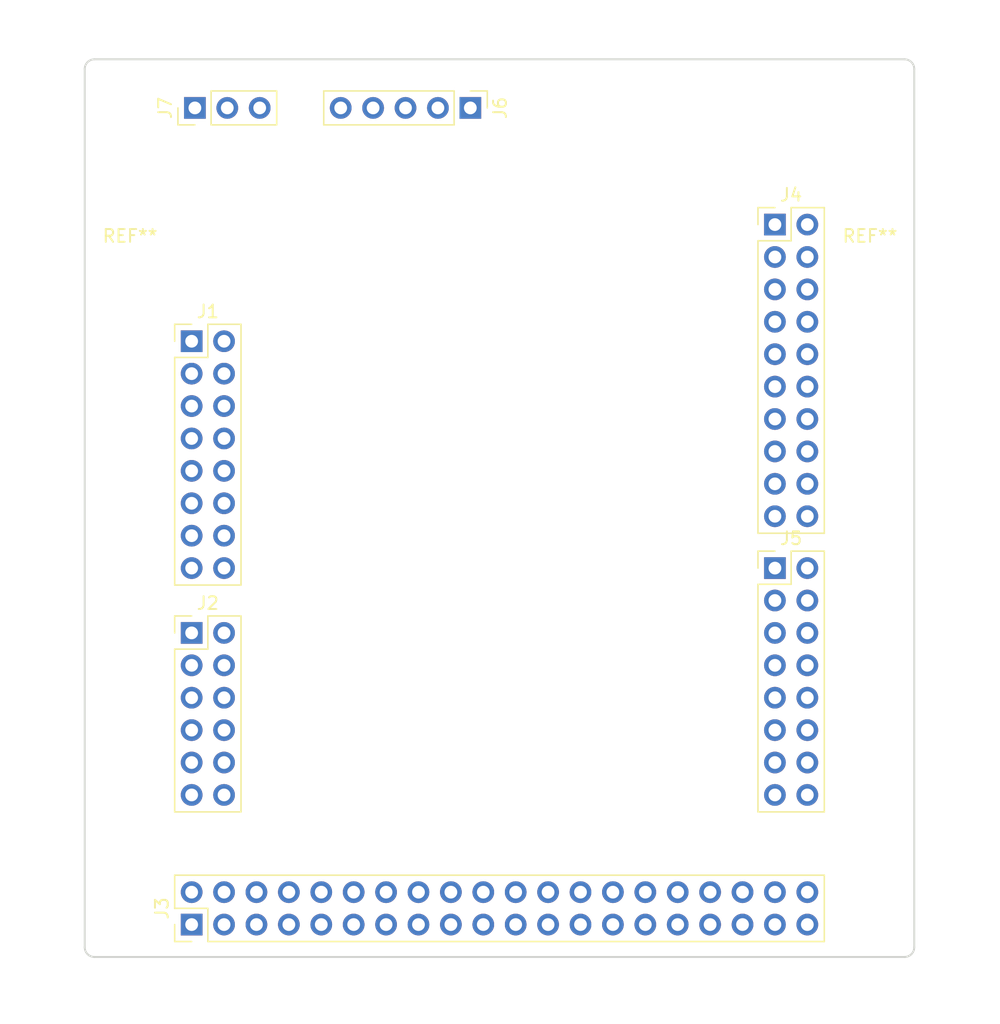
<source format=kicad_pcb>
(kicad_pcb (version 4) (host pcbnew 4.0.7)

  (general
    (links 25)
    (no_connects 25)
    (area 81.676572 49.378665 160.219429 129.802382)
    (thickness 1.6)
    (drawings 8)
    (tracks 0)
    (zones 0)
    (modules 9)
    (nets 88)
  )

  (page A4)
  (layers
    (0 F.Cu signal)
    (31 B.Cu signal)
    (32 B.Adhes user)
    (33 F.Adhes user)
    (34 B.Paste user)
    (35 F.Paste user)
    (36 B.SilkS user)
    (37 F.SilkS user)
    (38 B.Mask user)
    (39 F.Mask user)
    (40 Dwgs.User user)
    (41 Cmts.User user)
    (42 Eco1.User user)
    (43 Eco2.User user)
    (44 Edge.Cuts user)
    (45 Margin user)
    (46 B.CrtYd user)
    (47 F.CrtYd user)
    (48 B.Fab user)
    (49 F.Fab user)
  )

  (setup
    (last_trace_width 0.25)
    (trace_clearance 0.2)
    (zone_clearance 0.508)
    (zone_45_only no)
    (trace_min 0.2)
    (segment_width 0.2)
    (edge_width 0.15)
    (via_size 0.6)
    (via_drill 0.4)
    (via_min_size 0.4)
    (via_min_drill 0.3)
    (uvia_size 0.3)
    (uvia_drill 0.1)
    (uvias_allowed no)
    (uvia_min_size 0.2)
    (uvia_min_drill 0.1)
    (pcb_text_width 0.3)
    (pcb_text_size 1.5 1.5)
    (mod_edge_width 0.15)
    (mod_text_size 1 1)
    (mod_text_width 0.15)
    (pad_size 1.524 1.524)
    (pad_drill 0.762)
    (pad_to_mask_clearance 0.2)
    (aux_axis_origin 0 0)
    (grid_origin 79.248 130.556)
    (visible_elements 7FFFFFFF)
    (pcbplotparams
      (layerselection 0x00030_80000001)
      (usegerberextensions false)
      (excludeedgelayer true)
      (linewidth 0.100000)
      (plotframeref false)
      (viasonmask false)
      (mode 1)
      (useauxorigin false)
      (hpglpennumber 1)
      (hpglpenspeed 20)
      (hpglpendiameter 15)
      (hpglpenoverlay 2)
      (psnegative false)
      (psa4output false)
      (plotreference true)
      (plotvalue true)
      (plotinvisibletext false)
      (padsonsilk false)
      (subtractmaskfromsilk false)
      (outputformat 1)
      (mirror false)
      (drillshape 1)
      (scaleselection 1)
      (outputdirectory ""))
  )

  (net 0 "")
  (net 1 "Net-(J1-Pad1)")
  (net 2 "Net-(J1-Pad2)")
  (net 3 "Net-(J1-Pad3)")
  (net 4 "Net-(J1-Pad4)")
  (net 5 "Net-(J1-Pad5)")
  (net 6 "Net-(J1-Pad6)")
  (net 7 "Net-(J1-Pad7)")
  (net 8 "Net-(J1-Pad8)")
  (net 9 "Net-(J1-Pad9)")
  (net 10 "Net-(J1-Pad10)")
  (net 11 "Net-(J1-Pad11)")
  (net 12 /GND)
  (net 13 "Net-(J1-Pad13)")
  (net 14 "Net-(J1-Pad15)")
  (net 15 /5V)
  (net 16 "Net-(J2-Pad1)")
  (net 17 "Net-(J2-Pad2)")
  (net 18 "Net-(J2-Pad3)")
  (net 19 "Net-(J2-Pad4)")
  (net 20 "Net-(J2-Pad5)")
  (net 21 "Net-(J2-Pad6)")
  (net 22 "Net-(J2-Pad7)")
  (net 23 "Net-(J2-Pad8)")
  (net 24 "Net-(J2-Pad9)")
  (net 25 "Net-(J2-Pad10)")
  (net 26 "Net-(J2-Pad11)")
  (net 27 "Net-(J2-Pad12)")
  (net 28 "Net-(J3-Pad1)")
  (net 29 "Net-(J3-Pad3)")
  (net 30 "Net-(J3-Pad5)")
  (net 31 "Net-(J3-Pad7)")
  (net 32 "Net-(J3-Pad8)")
  (net 33 "Net-(J3-Pad10)")
  (net 34 "Net-(J3-Pad11)")
  (net 35 "Net-(J3-Pad12)")
  (net 36 "Net-(J3-Pad13)")
  (net 37 "Net-(J3-Pad15)")
  (net 38 "Net-(J3-Pad16)")
  (net 39 "Net-(J3-Pad17)")
  (net 40 "Net-(J3-Pad18)")
  (net 41 "Net-(J3-Pad19)")
  (net 42 "Net-(J3-Pad21)")
  (net 43 "Net-(J3-Pad22)")
  (net 44 "Net-(J3-Pad23)")
  (net 45 "Net-(J3-Pad24)")
  (net 46 "Net-(J3-Pad26)")
  (net 47 "Net-(J3-Pad27)")
  (net 48 "Net-(J3-Pad28)")
  (net 49 "Net-(J3-Pad29)")
  (net 50 /A1)
  (net 51 "Net-(J3-Pad32)")
  (net 52 /A2)
  (net 53 "Net-(J3-Pad35)")
  (net 54 "Net-(J3-Pad36)")
  (net 55 "Net-(J3-Pad37)")
  (net 56 /B1)
  (net 57 /B2)
  (net 58 "Net-(J4-Pad1)")
  (net 59 "Net-(J4-Pad2)")
  (net 60 /AO)
  (net 61 "Net-(J4-Pad6)")
  (net 62 "Net-(J4-Pad7)")
  (net 63 "Net-(J4-Pad8)")
  (net 64 "Net-(J4-Pad9)")
  (net 65 "Net-(J4-Pad10)")
  (net 66 "Net-(J4-Pad11)")
  (net 67 "Net-(J4-Pad12)")
  (net 68 "Net-(J4-Pad13)")
  (net 69 "Net-(J4-Pad15)")
  (net 70 "Net-(J4-Pad16)")
  (net 71 "Net-(J4-Pad17)")
  (net 72 "Net-(J4-Pad18)")
  (net 73 "Net-(J4-Pad19)")
  (net 74 "Net-(J4-Pad20)")
  (net 75 "Net-(J5-Pad1)")
  (net 76 "Net-(J5-Pad2)")
  (net 77 "Net-(J5-Pad3)")
  (net 78 "Net-(J5-Pad4)")
  (net 79 /CLK)
  (net 80 /SIG)
  (net 81 "Net-(J5-Pad8)")
  (net 82 "Net-(J5-Pad9)")
  (net 83 /SI)
  (net 84 "Net-(J5-Pad11)")
  (net 85 "Net-(J5-Pad12)")
  (net 86 "Net-(J5-Pad13)")
  (net 87 "Net-(J5-Pad15)")

  (net_class Default "This is the default net class."
    (clearance 0.2)
    (trace_width 0.25)
    (via_dia 0.6)
    (via_drill 0.4)
    (uvia_dia 0.3)
    (uvia_drill 0.1)
    (add_net /5V)
    (add_net /A1)
    (add_net /A2)
    (add_net /AO)
    (add_net /B1)
    (add_net /B2)
    (add_net /CLK)
    (add_net /GND)
    (add_net /SI)
    (add_net /SIG)
    (add_net "Net-(J1-Pad1)")
    (add_net "Net-(J1-Pad10)")
    (add_net "Net-(J1-Pad11)")
    (add_net "Net-(J1-Pad13)")
    (add_net "Net-(J1-Pad15)")
    (add_net "Net-(J1-Pad2)")
    (add_net "Net-(J1-Pad3)")
    (add_net "Net-(J1-Pad4)")
    (add_net "Net-(J1-Pad5)")
    (add_net "Net-(J1-Pad6)")
    (add_net "Net-(J1-Pad7)")
    (add_net "Net-(J1-Pad8)")
    (add_net "Net-(J1-Pad9)")
    (add_net "Net-(J2-Pad1)")
    (add_net "Net-(J2-Pad10)")
    (add_net "Net-(J2-Pad11)")
    (add_net "Net-(J2-Pad12)")
    (add_net "Net-(J2-Pad2)")
    (add_net "Net-(J2-Pad3)")
    (add_net "Net-(J2-Pad4)")
    (add_net "Net-(J2-Pad5)")
    (add_net "Net-(J2-Pad6)")
    (add_net "Net-(J2-Pad7)")
    (add_net "Net-(J2-Pad8)")
    (add_net "Net-(J2-Pad9)")
    (add_net "Net-(J3-Pad1)")
    (add_net "Net-(J3-Pad10)")
    (add_net "Net-(J3-Pad11)")
    (add_net "Net-(J3-Pad12)")
    (add_net "Net-(J3-Pad13)")
    (add_net "Net-(J3-Pad15)")
    (add_net "Net-(J3-Pad16)")
    (add_net "Net-(J3-Pad17)")
    (add_net "Net-(J3-Pad18)")
    (add_net "Net-(J3-Pad19)")
    (add_net "Net-(J3-Pad21)")
    (add_net "Net-(J3-Pad22)")
    (add_net "Net-(J3-Pad23)")
    (add_net "Net-(J3-Pad24)")
    (add_net "Net-(J3-Pad26)")
    (add_net "Net-(J3-Pad27)")
    (add_net "Net-(J3-Pad28)")
    (add_net "Net-(J3-Pad29)")
    (add_net "Net-(J3-Pad3)")
    (add_net "Net-(J3-Pad32)")
    (add_net "Net-(J3-Pad35)")
    (add_net "Net-(J3-Pad36)")
    (add_net "Net-(J3-Pad37)")
    (add_net "Net-(J3-Pad5)")
    (add_net "Net-(J3-Pad7)")
    (add_net "Net-(J3-Pad8)")
    (add_net "Net-(J4-Pad1)")
    (add_net "Net-(J4-Pad10)")
    (add_net "Net-(J4-Pad11)")
    (add_net "Net-(J4-Pad12)")
    (add_net "Net-(J4-Pad13)")
    (add_net "Net-(J4-Pad15)")
    (add_net "Net-(J4-Pad16)")
    (add_net "Net-(J4-Pad17)")
    (add_net "Net-(J4-Pad18)")
    (add_net "Net-(J4-Pad19)")
    (add_net "Net-(J4-Pad2)")
    (add_net "Net-(J4-Pad20)")
    (add_net "Net-(J4-Pad6)")
    (add_net "Net-(J4-Pad7)")
    (add_net "Net-(J4-Pad8)")
    (add_net "Net-(J4-Pad9)")
    (add_net "Net-(J5-Pad1)")
    (add_net "Net-(J5-Pad11)")
    (add_net "Net-(J5-Pad12)")
    (add_net "Net-(J5-Pad13)")
    (add_net "Net-(J5-Pad15)")
    (add_net "Net-(J5-Pad2)")
    (add_net "Net-(J5-Pad3)")
    (add_net "Net-(J5-Pad4)")
    (add_net "Net-(J5-Pad8)")
    (add_net "Net-(J5-Pad9)")
  )

  (module Mounting_Holes:MountingHole_2.7mm_M2.5 (layer F.Cu) (tedit 56D1B4CB) (tstamp 5BF1E3A9)
    (at 149.948 71.65)
    (descr "Mounting Hole 2.7mm, no annular, M2.5")
    (tags "mounting hole 2.7mm no annular m2.5")
    (attr virtual)
    (fp_text reference REF** (at 0 -3.7) (layer F.SilkS)
      (effects (font (size 1 1) (thickness 0.15)))
    )
    (fp_text value MountingHole_2.7mm_M2.5 (at 0 3.7) (layer F.Fab)
      (effects (font (size 1 1) (thickness 0.15)))
    )
    (fp_text user %R (at 0.3 0) (layer F.Fab)
      (effects (font (size 1 1) (thickness 0.15)))
    )
    (fp_circle (center 0 0) (end 2.7 0) (layer Cmts.User) (width 0.15))
    (fp_circle (center 0 0) (end 2.95 0) (layer F.CrtYd) (width 0.05))
    (pad 1 np_thru_hole circle (at 0 0) (size 2.7 2.7) (drill 2.7) (layers *.Cu *.Mask))
  )

  (module Pin_Headers:Pin_Header_Straight_2x08_Pitch2.54mm locked (layer F.Cu) (tedit 59650532) (tstamp 5BEBBA18)
    (at 96.774 76.2)
    (descr "Through hole straight pin header, 2x08, 2.54mm pitch, double rows")
    (tags "Through hole pin header THT 2x08 2.54mm double row")
    (path /5BEBC742)
    (fp_text reference J1 (at 1.27 -2.33) (layer F.SilkS)
      (effects (font (size 1 1) (thickness 0.15)))
    )
    (fp_text value top_left_header_02x08 (at 1.27 20.11) (layer F.Fab)
      (effects (font (size 1 1) (thickness 0.15)))
    )
    (fp_line (start 0 -1.27) (end 3.81 -1.27) (layer F.Fab) (width 0.1))
    (fp_line (start 3.81 -1.27) (end 3.81 19.05) (layer F.Fab) (width 0.1))
    (fp_line (start 3.81 19.05) (end -1.27 19.05) (layer F.Fab) (width 0.1))
    (fp_line (start -1.27 19.05) (end -1.27 0) (layer F.Fab) (width 0.1))
    (fp_line (start -1.27 0) (end 0 -1.27) (layer F.Fab) (width 0.1))
    (fp_line (start -1.33 19.11) (end 3.87 19.11) (layer F.SilkS) (width 0.12))
    (fp_line (start -1.33 1.27) (end -1.33 19.11) (layer F.SilkS) (width 0.12))
    (fp_line (start 3.87 -1.33) (end 3.87 19.11) (layer F.SilkS) (width 0.12))
    (fp_line (start -1.33 1.27) (end 1.27 1.27) (layer F.SilkS) (width 0.12))
    (fp_line (start 1.27 1.27) (end 1.27 -1.33) (layer F.SilkS) (width 0.12))
    (fp_line (start 1.27 -1.33) (end 3.87 -1.33) (layer F.SilkS) (width 0.12))
    (fp_line (start -1.33 0) (end -1.33 -1.33) (layer F.SilkS) (width 0.12))
    (fp_line (start -1.33 -1.33) (end 0 -1.33) (layer F.SilkS) (width 0.12))
    (fp_line (start -1.8 -1.8) (end -1.8 19.55) (layer F.CrtYd) (width 0.05))
    (fp_line (start -1.8 19.55) (end 4.35 19.55) (layer F.CrtYd) (width 0.05))
    (fp_line (start 4.35 19.55) (end 4.35 -1.8) (layer F.CrtYd) (width 0.05))
    (fp_line (start 4.35 -1.8) (end -1.8 -1.8) (layer F.CrtYd) (width 0.05))
    (fp_text user %R (at 1.27 8.89 90) (layer F.Fab)
      (effects (font (size 1 1) (thickness 0.15)))
    )
    (pad 1 thru_hole rect (at 0 0) (size 1.7 1.7) (drill 1) (layers *.Cu *.Mask)
      (net 1 "Net-(J1-Pad1)"))
    (pad 2 thru_hole oval (at 2.54 0) (size 1.7 1.7) (drill 1) (layers *.Cu *.Mask)
      (net 2 "Net-(J1-Pad2)"))
    (pad 3 thru_hole oval (at 0 2.54) (size 1.7 1.7) (drill 1) (layers *.Cu *.Mask)
      (net 3 "Net-(J1-Pad3)"))
    (pad 4 thru_hole oval (at 2.54 2.54) (size 1.7 1.7) (drill 1) (layers *.Cu *.Mask)
      (net 4 "Net-(J1-Pad4)"))
    (pad 5 thru_hole oval (at 0 5.08) (size 1.7 1.7) (drill 1) (layers *.Cu *.Mask)
      (net 5 "Net-(J1-Pad5)"))
    (pad 6 thru_hole oval (at 2.54 5.08) (size 1.7 1.7) (drill 1) (layers *.Cu *.Mask)
      (net 6 "Net-(J1-Pad6)"))
    (pad 7 thru_hole oval (at 0 7.62) (size 1.7 1.7) (drill 1) (layers *.Cu *.Mask)
      (net 7 "Net-(J1-Pad7)"))
    (pad 8 thru_hole oval (at 2.54 7.62) (size 1.7 1.7) (drill 1) (layers *.Cu *.Mask)
      (net 8 "Net-(J1-Pad8)"))
    (pad 9 thru_hole oval (at 0 10.16) (size 1.7 1.7) (drill 1) (layers *.Cu *.Mask)
      (net 9 "Net-(J1-Pad9)"))
    (pad 10 thru_hole oval (at 2.54 10.16) (size 1.7 1.7) (drill 1) (layers *.Cu *.Mask)
      (net 10 "Net-(J1-Pad10)"))
    (pad 11 thru_hole oval (at 0 12.7) (size 1.7 1.7) (drill 1) (layers *.Cu *.Mask)
      (net 11 "Net-(J1-Pad11)"))
    (pad 12 thru_hole oval (at 2.54 12.7) (size 1.7 1.7) (drill 1) (layers *.Cu *.Mask)
      (net 12 /GND))
    (pad 13 thru_hole oval (at 0 15.24) (size 1.7 1.7) (drill 1) (layers *.Cu *.Mask)
      (net 13 "Net-(J1-Pad13)"))
    (pad 14 thru_hole oval (at 2.54 15.24) (size 1.7 1.7) (drill 1) (layers *.Cu *.Mask)
      (net 12 /GND))
    (pad 15 thru_hole oval (at 0 17.78) (size 1.7 1.7) (drill 1) (layers *.Cu *.Mask)
      (net 14 "Net-(J1-Pad15)"))
    (pad 16 thru_hole oval (at 2.54 17.78) (size 1.7 1.7) (drill 1) (layers *.Cu *.Mask)
      (net 15 /5V))
    (model ${KISYS3DMOD}/Pin_Headers.3dshapes/Pin_Header_Straight_2x08_Pitch2.54mm.wrl
      (at (xyz 0 0 0))
      (scale (xyz 1 1 1))
      (rotate (xyz 0 0 0))
    )
  )

  (module Pin_Headers:Pin_Header_Straight_2x06_Pitch2.54mm locked (layer F.Cu) (tedit 59650532) (tstamp 5BEBBA28)
    (at 96.774 99.06)
    (descr "Through hole straight pin header, 2x06, 2.54mm pitch, double rows")
    (tags "Through hole pin header THT 2x06 2.54mm double row")
    (path /5BEBC80A)
    (fp_text reference J2 (at 1.27 -2.33) (layer F.SilkS)
      (effects (font (size 1 1) (thickness 0.15)))
    )
    (fp_text value bottom_left_header_02x06 (at 1.27 15.03) (layer F.Fab)
      (effects (font (size 1 1) (thickness 0.15)))
    )
    (fp_line (start 0 -1.27) (end 3.81 -1.27) (layer F.Fab) (width 0.1))
    (fp_line (start 3.81 -1.27) (end 3.81 13.97) (layer F.Fab) (width 0.1))
    (fp_line (start 3.81 13.97) (end -1.27 13.97) (layer F.Fab) (width 0.1))
    (fp_line (start -1.27 13.97) (end -1.27 0) (layer F.Fab) (width 0.1))
    (fp_line (start -1.27 0) (end 0 -1.27) (layer F.Fab) (width 0.1))
    (fp_line (start -1.33 14.03) (end 3.87 14.03) (layer F.SilkS) (width 0.12))
    (fp_line (start -1.33 1.27) (end -1.33 14.03) (layer F.SilkS) (width 0.12))
    (fp_line (start 3.87 -1.33) (end 3.87 14.03) (layer F.SilkS) (width 0.12))
    (fp_line (start -1.33 1.27) (end 1.27 1.27) (layer F.SilkS) (width 0.12))
    (fp_line (start 1.27 1.27) (end 1.27 -1.33) (layer F.SilkS) (width 0.12))
    (fp_line (start 1.27 -1.33) (end 3.87 -1.33) (layer F.SilkS) (width 0.12))
    (fp_line (start -1.33 0) (end -1.33 -1.33) (layer F.SilkS) (width 0.12))
    (fp_line (start -1.33 -1.33) (end 0 -1.33) (layer F.SilkS) (width 0.12))
    (fp_line (start -1.8 -1.8) (end -1.8 14.5) (layer F.CrtYd) (width 0.05))
    (fp_line (start -1.8 14.5) (end 4.35 14.5) (layer F.CrtYd) (width 0.05))
    (fp_line (start 4.35 14.5) (end 4.35 -1.8) (layer F.CrtYd) (width 0.05))
    (fp_line (start 4.35 -1.8) (end -1.8 -1.8) (layer F.CrtYd) (width 0.05))
    (fp_text user %R (at 1.27 6.35 90) (layer F.Fab)
      (effects (font (size 1 1) (thickness 0.15)))
    )
    (pad 1 thru_hole rect (at 0 0) (size 1.7 1.7) (drill 1) (layers *.Cu *.Mask)
      (net 16 "Net-(J2-Pad1)"))
    (pad 2 thru_hole oval (at 2.54 0) (size 1.7 1.7) (drill 1) (layers *.Cu *.Mask)
      (net 17 "Net-(J2-Pad2)"))
    (pad 3 thru_hole oval (at 0 2.54) (size 1.7 1.7) (drill 1) (layers *.Cu *.Mask)
      (net 18 "Net-(J2-Pad3)"))
    (pad 4 thru_hole oval (at 2.54 2.54) (size 1.7 1.7) (drill 1) (layers *.Cu *.Mask)
      (net 19 "Net-(J2-Pad4)"))
    (pad 5 thru_hole oval (at 0 5.08) (size 1.7 1.7) (drill 1) (layers *.Cu *.Mask)
      (net 20 "Net-(J2-Pad5)"))
    (pad 6 thru_hole oval (at 2.54 5.08) (size 1.7 1.7) (drill 1) (layers *.Cu *.Mask)
      (net 21 "Net-(J2-Pad6)"))
    (pad 7 thru_hole oval (at 0 7.62) (size 1.7 1.7) (drill 1) (layers *.Cu *.Mask)
      (net 22 "Net-(J2-Pad7)"))
    (pad 8 thru_hole oval (at 2.54 7.62) (size 1.7 1.7) (drill 1) (layers *.Cu *.Mask)
      (net 23 "Net-(J2-Pad8)"))
    (pad 9 thru_hole oval (at 0 10.16) (size 1.7 1.7) (drill 1) (layers *.Cu *.Mask)
      (net 24 "Net-(J2-Pad9)"))
    (pad 10 thru_hole oval (at 2.54 10.16) (size 1.7 1.7) (drill 1) (layers *.Cu *.Mask)
      (net 25 "Net-(J2-Pad10)"))
    (pad 11 thru_hole oval (at 0 12.7) (size 1.7 1.7) (drill 1) (layers *.Cu *.Mask)
      (net 26 "Net-(J2-Pad11)"))
    (pad 12 thru_hole oval (at 2.54 12.7) (size 1.7 1.7) (drill 1) (layers *.Cu *.Mask)
      (net 27 "Net-(J2-Pad12)"))
    (model ${KISYS3DMOD}/Pin_Headers.3dshapes/Pin_Header_Straight_2x06_Pitch2.54mm.wrl
      (at (xyz 0 0 0))
      (scale (xyz 1 1 1))
      (rotate (xyz 0 0 0))
    )
  )

  (module Pin_Headers:Pin_Header_Straight_2x20_Pitch2.54mm (layer F.Cu) (tedit 59650533) (tstamp 5BEBBA54)
    (at 96.774 121.92 90)
    (descr "Through hole straight pin header, 2x20, 2.54mm pitch, double rows")
    (tags "Through hole pin header THT 2x20 2.54mm double row")
    (path /5BEBCC38)
    (fp_text reference J3 (at 1.27 -2.33 90) (layer F.SilkS)
      (effects (font (size 1 1) (thickness 0.15)))
    )
    (fp_text value rpi_motor_driver_header (at 1.27 50.59 90) (layer F.Fab)
      (effects (font (size 1 1) (thickness 0.15)))
    )
    (fp_line (start 0 -1.27) (end 3.81 -1.27) (layer F.Fab) (width 0.1))
    (fp_line (start 3.81 -1.27) (end 3.81 49.53) (layer F.Fab) (width 0.1))
    (fp_line (start 3.81 49.53) (end -1.27 49.53) (layer F.Fab) (width 0.1))
    (fp_line (start -1.27 49.53) (end -1.27 0) (layer F.Fab) (width 0.1))
    (fp_line (start -1.27 0) (end 0 -1.27) (layer F.Fab) (width 0.1))
    (fp_line (start -1.33 49.59) (end 3.87 49.59) (layer F.SilkS) (width 0.12))
    (fp_line (start -1.33 1.27) (end -1.33 49.59) (layer F.SilkS) (width 0.12))
    (fp_line (start 3.87 -1.33) (end 3.87 49.59) (layer F.SilkS) (width 0.12))
    (fp_line (start -1.33 1.27) (end 1.27 1.27) (layer F.SilkS) (width 0.12))
    (fp_line (start 1.27 1.27) (end 1.27 -1.33) (layer F.SilkS) (width 0.12))
    (fp_line (start 1.27 -1.33) (end 3.87 -1.33) (layer F.SilkS) (width 0.12))
    (fp_line (start -1.33 0) (end -1.33 -1.33) (layer F.SilkS) (width 0.12))
    (fp_line (start -1.33 -1.33) (end 0 -1.33) (layer F.SilkS) (width 0.12))
    (fp_line (start -1.8 -1.8) (end -1.8 50.05) (layer F.CrtYd) (width 0.05))
    (fp_line (start -1.8 50.05) (end 4.35 50.05) (layer F.CrtYd) (width 0.05))
    (fp_line (start 4.35 50.05) (end 4.35 -1.8) (layer F.CrtYd) (width 0.05))
    (fp_line (start 4.35 -1.8) (end -1.8 -1.8) (layer F.CrtYd) (width 0.05))
    (fp_text user %R (at 1.27 24.13 180) (layer F.Fab)
      (effects (font (size 1 1) (thickness 0.15)))
    )
    (pad 1 thru_hole rect (at 0 0 90) (size 1.7 1.7) (drill 1) (layers *.Cu *.Mask)
      (net 28 "Net-(J3-Pad1)"))
    (pad 2 thru_hole oval (at 2.54 0 90) (size 1.7 1.7) (drill 1) (layers *.Cu *.Mask)
      (net 15 /5V))
    (pad 3 thru_hole oval (at 0 2.54 90) (size 1.7 1.7) (drill 1) (layers *.Cu *.Mask)
      (net 29 "Net-(J3-Pad3)"))
    (pad 4 thru_hole oval (at 2.54 2.54 90) (size 1.7 1.7) (drill 1) (layers *.Cu *.Mask)
      (net 15 /5V))
    (pad 5 thru_hole oval (at 0 5.08 90) (size 1.7 1.7) (drill 1) (layers *.Cu *.Mask)
      (net 30 "Net-(J3-Pad5)"))
    (pad 6 thru_hole oval (at 2.54 5.08 90) (size 1.7 1.7) (drill 1) (layers *.Cu *.Mask)
      (net 12 /GND))
    (pad 7 thru_hole oval (at 0 7.62 90) (size 1.7 1.7) (drill 1) (layers *.Cu *.Mask)
      (net 31 "Net-(J3-Pad7)"))
    (pad 8 thru_hole oval (at 2.54 7.62 90) (size 1.7 1.7) (drill 1) (layers *.Cu *.Mask)
      (net 32 "Net-(J3-Pad8)"))
    (pad 9 thru_hole oval (at 0 10.16 90) (size 1.7 1.7) (drill 1) (layers *.Cu *.Mask)
      (net 12 /GND))
    (pad 10 thru_hole oval (at 2.54 10.16 90) (size 1.7 1.7) (drill 1) (layers *.Cu *.Mask)
      (net 33 "Net-(J3-Pad10)"))
    (pad 11 thru_hole oval (at 0 12.7 90) (size 1.7 1.7) (drill 1) (layers *.Cu *.Mask)
      (net 34 "Net-(J3-Pad11)"))
    (pad 12 thru_hole oval (at 2.54 12.7 90) (size 1.7 1.7) (drill 1) (layers *.Cu *.Mask)
      (net 35 "Net-(J3-Pad12)"))
    (pad 13 thru_hole oval (at 0 15.24 90) (size 1.7 1.7) (drill 1) (layers *.Cu *.Mask)
      (net 36 "Net-(J3-Pad13)"))
    (pad 14 thru_hole oval (at 2.54 15.24 90) (size 1.7 1.7) (drill 1) (layers *.Cu *.Mask)
      (net 12 /GND))
    (pad 15 thru_hole oval (at 0 17.78 90) (size 1.7 1.7) (drill 1) (layers *.Cu *.Mask)
      (net 37 "Net-(J3-Pad15)"))
    (pad 16 thru_hole oval (at 2.54 17.78 90) (size 1.7 1.7) (drill 1) (layers *.Cu *.Mask)
      (net 38 "Net-(J3-Pad16)"))
    (pad 17 thru_hole oval (at 0 20.32 90) (size 1.7 1.7) (drill 1) (layers *.Cu *.Mask)
      (net 39 "Net-(J3-Pad17)"))
    (pad 18 thru_hole oval (at 2.54 20.32 90) (size 1.7 1.7) (drill 1) (layers *.Cu *.Mask)
      (net 40 "Net-(J3-Pad18)"))
    (pad 19 thru_hole oval (at 0 22.86 90) (size 1.7 1.7) (drill 1) (layers *.Cu *.Mask)
      (net 41 "Net-(J3-Pad19)"))
    (pad 20 thru_hole oval (at 2.54 22.86 90) (size 1.7 1.7) (drill 1) (layers *.Cu *.Mask)
      (net 12 /GND))
    (pad 21 thru_hole oval (at 0 25.4 90) (size 1.7 1.7) (drill 1) (layers *.Cu *.Mask)
      (net 42 "Net-(J3-Pad21)"))
    (pad 22 thru_hole oval (at 2.54 25.4 90) (size 1.7 1.7) (drill 1) (layers *.Cu *.Mask)
      (net 43 "Net-(J3-Pad22)"))
    (pad 23 thru_hole oval (at 0 27.94 90) (size 1.7 1.7) (drill 1) (layers *.Cu *.Mask)
      (net 44 "Net-(J3-Pad23)"))
    (pad 24 thru_hole oval (at 2.54 27.94 90) (size 1.7 1.7) (drill 1) (layers *.Cu *.Mask)
      (net 45 "Net-(J3-Pad24)"))
    (pad 25 thru_hole oval (at 0 30.48 90) (size 1.7 1.7) (drill 1) (layers *.Cu *.Mask)
      (net 12 /GND))
    (pad 26 thru_hole oval (at 2.54 30.48 90) (size 1.7 1.7) (drill 1) (layers *.Cu *.Mask)
      (net 46 "Net-(J3-Pad26)"))
    (pad 27 thru_hole oval (at 0 33.02 90) (size 1.7 1.7) (drill 1) (layers *.Cu *.Mask)
      (net 47 "Net-(J3-Pad27)"))
    (pad 28 thru_hole oval (at 2.54 33.02 90) (size 1.7 1.7) (drill 1) (layers *.Cu *.Mask)
      (net 48 "Net-(J3-Pad28)"))
    (pad 29 thru_hole oval (at 0 35.56 90) (size 1.7 1.7) (drill 1) (layers *.Cu *.Mask)
      (net 49 "Net-(J3-Pad29)"))
    (pad 30 thru_hole oval (at 2.54 35.56 90) (size 1.7 1.7) (drill 1) (layers *.Cu *.Mask)
      (net 12 /GND))
    (pad 31 thru_hole oval (at 0 38.1 90) (size 1.7 1.7) (drill 1) (layers *.Cu *.Mask)
      (net 50 /A1))
    (pad 32 thru_hole oval (at 2.54 38.1 90) (size 1.7 1.7) (drill 1) (layers *.Cu *.Mask)
      (net 51 "Net-(J3-Pad32)"))
    (pad 33 thru_hole oval (at 0 40.64 90) (size 1.7 1.7) (drill 1) (layers *.Cu *.Mask)
      (net 52 /A2))
    (pad 34 thru_hole oval (at 2.54 40.64 90) (size 1.7 1.7) (drill 1) (layers *.Cu *.Mask)
      (net 12 /GND))
    (pad 35 thru_hole oval (at 0 43.18 90) (size 1.7 1.7) (drill 1) (layers *.Cu *.Mask)
      (net 53 "Net-(J3-Pad35)"))
    (pad 36 thru_hole oval (at 2.54 43.18 90) (size 1.7 1.7) (drill 1) (layers *.Cu *.Mask)
      (net 54 "Net-(J3-Pad36)"))
    (pad 37 thru_hole oval (at 0 45.72 90) (size 1.7 1.7) (drill 1) (layers *.Cu *.Mask)
      (net 55 "Net-(J3-Pad37)"))
    (pad 38 thru_hole oval (at 2.54 45.72 90) (size 1.7 1.7) (drill 1) (layers *.Cu *.Mask)
      (net 56 /B1))
    (pad 39 thru_hole oval (at 0 48.26 90) (size 1.7 1.7) (drill 1) (layers *.Cu *.Mask)
      (net 12 /GND))
    (pad 40 thru_hole oval (at 2.54 48.26 90) (size 1.7 1.7) (drill 1) (layers *.Cu *.Mask)
      (net 57 /B2))
    (model ${KISYS3DMOD}/Pin_Headers.3dshapes/Pin_Header_Straight_2x20_Pitch2.54mm.wrl
      (at (xyz 0 0 0))
      (scale (xyz 1 1 1))
      (rotate (xyz 0 0 0))
    )
  )

  (module Pin_Headers:Pin_Header_Straight_2x10_Pitch2.54mm locked (layer F.Cu) (tedit 59650532) (tstamp 5BEBBA6C)
    (at 142.494 67.056)
    (descr "Through hole straight pin header, 2x10, 2.54mm pitch, double rows")
    (tags "Through hole pin header THT 2x10 2.54mm double row")
    (path /5BEBC857)
    (fp_text reference J4 (at 1.27 -2.33) (layer F.SilkS)
      (effects (font (size 1 1) (thickness 0.15)))
    )
    (fp_text value top_right_header_02x10 (at 1.27 25.19) (layer F.Fab)
      (effects (font (size 1 1) (thickness 0.15)))
    )
    (fp_line (start 0 -1.27) (end 3.81 -1.27) (layer F.Fab) (width 0.1))
    (fp_line (start 3.81 -1.27) (end 3.81 24.13) (layer F.Fab) (width 0.1))
    (fp_line (start 3.81 24.13) (end -1.27 24.13) (layer F.Fab) (width 0.1))
    (fp_line (start -1.27 24.13) (end -1.27 0) (layer F.Fab) (width 0.1))
    (fp_line (start -1.27 0) (end 0 -1.27) (layer F.Fab) (width 0.1))
    (fp_line (start -1.33 24.19) (end 3.87 24.19) (layer F.SilkS) (width 0.12))
    (fp_line (start -1.33 1.27) (end -1.33 24.19) (layer F.SilkS) (width 0.12))
    (fp_line (start 3.87 -1.33) (end 3.87 24.19) (layer F.SilkS) (width 0.12))
    (fp_line (start -1.33 1.27) (end 1.27 1.27) (layer F.SilkS) (width 0.12))
    (fp_line (start 1.27 1.27) (end 1.27 -1.33) (layer F.SilkS) (width 0.12))
    (fp_line (start 1.27 -1.33) (end 3.87 -1.33) (layer F.SilkS) (width 0.12))
    (fp_line (start -1.33 0) (end -1.33 -1.33) (layer F.SilkS) (width 0.12))
    (fp_line (start -1.33 -1.33) (end 0 -1.33) (layer F.SilkS) (width 0.12))
    (fp_line (start -1.8 -1.8) (end -1.8 24.65) (layer F.CrtYd) (width 0.05))
    (fp_line (start -1.8 24.65) (end 4.35 24.65) (layer F.CrtYd) (width 0.05))
    (fp_line (start 4.35 24.65) (end 4.35 -1.8) (layer F.CrtYd) (width 0.05))
    (fp_line (start 4.35 -1.8) (end -1.8 -1.8) (layer F.CrtYd) (width 0.05))
    (fp_text user %R (at 1.27 11.43 90) (layer F.Fab)
      (effects (font (size 1 1) (thickness 0.15)))
    )
    (pad 1 thru_hole rect (at 0 0) (size 1.7 1.7) (drill 1) (layers *.Cu *.Mask)
      (net 58 "Net-(J4-Pad1)"))
    (pad 2 thru_hole oval (at 2.54 0) (size 1.7 1.7) (drill 1) (layers *.Cu *.Mask)
      (net 59 "Net-(J4-Pad2)"))
    (pad 3 thru_hole oval (at 0 2.54) (size 1.7 1.7) (drill 1) (layers *.Cu *.Mask)
      (net 12 /GND))
    (pad 4 thru_hole oval (at 2.54 2.54) (size 1.7 1.7) (drill 1) (layers *.Cu *.Mask)
      (net 57 /B2))
    (pad 5 thru_hole oval (at 0 5.08) (size 1.7 1.7) (drill 1) (layers *.Cu *.Mask)
      (net 60 /AO))
    (pad 6 thru_hole oval (at 2.54 5.08) (size 1.7 1.7) (drill 1) (layers *.Cu *.Mask)
      (net 61 "Net-(J4-Pad6)"))
    (pad 7 thru_hole oval (at 0 7.62) (size 1.7 1.7) (drill 1) (layers *.Cu *.Mask)
      (net 62 "Net-(J4-Pad7)"))
    (pad 8 thru_hole oval (at 2.54 7.62) (size 1.7 1.7) (drill 1) (layers *.Cu *.Mask)
      (net 63 "Net-(J4-Pad8)"))
    (pad 9 thru_hole oval (at 0 10.16) (size 1.7 1.7) (drill 1) (layers *.Cu *.Mask)
      (net 64 "Net-(J4-Pad9)"))
    (pad 10 thru_hole oval (at 2.54 10.16) (size 1.7 1.7) (drill 1) (layers *.Cu *.Mask)
      (net 65 "Net-(J4-Pad10)"))
    (pad 11 thru_hole oval (at 0 12.7) (size 1.7 1.7) (drill 1) (layers *.Cu *.Mask)
      (net 66 "Net-(J4-Pad11)"))
    (pad 12 thru_hole oval (at 2.54 12.7) (size 1.7 1.7) (drill 1) (layers *.Cu *.Mask)
      (net 67 "Net-(J4-Pad12)"))
    (pad 13 thru_hole oval (at 0 15.24) (size 1.7 1.7) (drill 1) (layers *.Cu *.Mask)
      (net 68 "Net-(J4-Pad13)"))
    (pad 14 thru_hole oval (at 2.54 15.24) (size 1.7 1.7) (drill 1) (layers *.Cu *.Mask)
      (net 12 /GND))
    (pad 15 thru_hole oval (at 0 17.78) (size 1.7 1.7) (drill 1) (layers *.Cu *.Mask)
      (net 69 "Net-(J4-Pad15)"))
    (pad 16 thru_hole oval (at 2.54 17.78) (size 1.7 1.7) (drill 1) (layers *.Cu *.Mask)
      (net 70 "Net-(J4-Pad16)"))
    (pad 17 thru_hole oval (at 0 20.32) (size 1.7 1.7) (drill 1) (layers *.Cu *.Mask)
      (net 71 "Net-(J4-Pad17)"))
    (pad 18 thru_hole oval (at 2.54 20.32) (size 1.7 1.7) (drill 1) (layers *.Cu *.Mask)
      (net 72 "Net-(J4-Pad18)"))
    (pad 19 thru_hole oval (at 0 22.86) (size 1.7 1.7) (drill 1) (layers *.Cu *.Mask)
      (net 73 "Net-(J4-Pad19)"))
    (pad 20 thru_hole oval (at 2.54 22.86) (size 1.7 1.7) (drill 1) (layers *.Cu *.Mask)
      (net 74 "Net-(J4-Pad20)"))
    (model ${KISYS3DMOD}/Pin_Headers.3dshapes/Pin_Header_Straight_2x10_Pitch2.54mm.wrl
      (at (xyz 0 0 0))
      (scale (xyz 1 1 1))
      (rotate (xyz 0 0 0))
    )
  )

  (module Pin_Headers:Pin_Header_Straight_2x08_Pitch2.54mm locked (layer F.Cu) (tedit 59650532) (tstamp 5BEBBA80)
    (at 142.494 93.98)
    (descr "Through hole straight pin header, 2x08, 2.54mm pitch, double rows")
    (tags "Through hole pin header THT 2x08 2.54mm double row")
    (path /5BEBCB19)
    (fp_text reference J5 (at 1.27 -2.33) (layer F.SilkS)
      (effects (font (size 1 1) (thickness 0.15)))
    )
    (fp_text value bottom_right_header_02x08 (at 1.27 20.11) (layer F.Fab)
      (effects (font (size 1 1) (thickness 0.15)))
    )
    (fp_line (start 0 -1.27) (end 3.81 -1.27) (layer F.Fab) (width 0.1))
    (fp_line (start 3.81 -1.27) (end 3.81 19.05) (layer F.Fab) (width 0.1))
    (fp_line (start 3.81 19.05) (end -1.27 19.05) (layer F.Fab) (width 0.1))
    (fp_line (start -1.27 19.05) (end -1.27 0) (layer F.Fab) (width 0.1))
    (fp_line (start -1.27 0) (end 0 -1.27) (layer F.Fab) (width 0.1))
    (fp_line (start -1.33 19.11) (end 3.87 19.11) (layer F.SilkS) (width 0.12))
    (fp_line (start -1.33 1.27) (end -1.33 19.11) (layer F.SilkS) (width 0.12))
    (fp_line (start 3.87 -1.33) (end 3.87 19.11) (layer F.SilkS) (width 0.12))
    (fp_line (start -1.33 1.27) (end 1.27 1.27) (layer F.SilkS) (width 0.12))
    (fp_line (start 1.27 1.27) (end 1.27 -1.33) (layer F.SilkS) (width 0.12))
    (fp_line (start 1.27 -1.33) (end 3.87 -1.33) (layer F.SilkS) (width 0.12))
    (fp_line (start -1.33 0) (end -1.33 -1.33) (layer F.SilkS) (width 0.12))
    (fp_line (start -1.33 -1.33) (end 0 -1.33) (layer F.SilkS) (width 0.12))
    (fp_line (start -1.8 -1.8) (end -1.8 19.55) (layer F.CrtYd) (width 0.05))
    (fp_line (start -1.8 19.55) (end 4.35 19.55) (layer F.CrtYd) (width 0.05))
    (fp_line (start 4.35 19.55) (end 4.35 -1.8) (layer F.CrtYd) (width 0.05))
    (fp_line (start 4.35 -1.8) (end -1.8 -1.8) (layer F.CrtYd) (width 0.05))
    (fp_text user %R (at 1.27 8.89 90) (layer F.Fab)
      (effects (font (size 1 1) (thickness 0.15)))
    )
    (pad 1 thru_hole rect (at 0 0) (size 1.7 1.7) (drill 1) (layers *.Cu *.Mask)
      (net 75 "Net-(J5-Pad1)"))
    (pad 2 thru_hole oval (at 2.54 0) (size 1.7 1.7) (drill 1) (layers *.Cu *.Mask)
      (net 76 "Net-(J5-Pad2)"))
    (pad 3 thru_hole oval (at 0 2.54) (size 1.7 1.7) (drill 1) (layers *.Cu *.Mask)
      (net 77 "Net-(J5-Pad3)"))
    (pad 4 thru_hole oval (at 2.54 2.54) (size 1.7 1.7) (drill 1) (layers *.Cu *.Mask)
      (net 78 "Net-(J5-Pad4)"))
    (pad 5 thru_hole oval (at 0 5.08) (size 1.7 1.7) (drill 1) (layers *.Cu *.Mask)
      (net 50 /A1))
    (pad 6 thru_hole oval (at 2.54 5.08) (size 1.7 1.7) (drill 1) (layers *.Cu *.Mask)
      (net 79 /CLK))
    (pad 7 thru_hole oval (at 0 7.62) (size 1.7 1.7) (drill 1) (layers *.Cu *.Mask)
      (net 80 /SIG))
    (pad 8 thru_hole oval (at 2.54 7.62) (size 1.7 1.7) (drill 1) (layers *.Cu *.Mask)
      (net 81 "Net-(J5-Pad8)"))
    (pad 9 thru_hole oval (at 0 10.16) (size 1.7 1.7) (drill 1) (layers *.Cu *.Mask)
      (net 82 "Net-(J5-Pad9)"))
    (pad 10 thru_hole oval (at 2.54 10.16) (size 1.7 1.7) (drill 1) (layers *.Cu *.Mask)
      (net 83 /SI))
    (pad 11 thru_hole oval (at 0 12.7) (size 1.7 1.7) (drill 1) (layers *.Cu *.Mask)
      (net 84 "Net-(J5-Pad11)"))
    (pad 12 thru_hole oval (at 2.54 12.7) (size 1.7 1.7) (drill 1) (layers *.Cu *.Mask)
      (net 85 "Net-(J5-Pad12)"))
    (pad 13 thru_hole oval (at 0 15.24) (size 1.7 1.7) (drill 1) (layers *.Cu *.Mask)
      (net 86 "Net-(J5-Pad13)"))
    (pad 14 thru_hole oval (at 2.54 15.24) (size 1.7 1.7) (drill 1) (layers *.Cu *.Mask)
      (net 52 /A2))
    (pad 15 thru_hole oval (at 0 17.78) (size 1.7 1.7) (drill 1) (layers *.Cu *.Mask)
      (net 87 "Net-(J5-Pad15)"))
    (pad 16 thru_hole oval (at 2.54 17.78) (size 1.7 1.7) (drill 1) (layers *.Cu *.Mask)
      (net 56 /B1))
    (model ${KISYS3DMOD}/Pin_Headers.3dshapes/Pin_Header_Straight_2x08_Pitch2.54mm.wrl
      (at (xyz 0 0 0))
      (scale (xyz 1 1 1))
      (rotate (xyz 0 0 0))
    )
  )

  (module Pin_Headers:Pin_Header_Straight_1x05_Pitch2.54mm (layer F.Cu) (tedit 59650532) (tstamp 5BEBBA89)
    (at 118.618 57.912 270)
    (descr "Through hole straight pin header, 1x05, 2.54mm pitch, single row")
    (tags "Through hole pin header THT 1x05 2.54mm single row")
    (path /5BEBD558)
    (fp_text reference J6 (at 0 -2.33 270) (layer F.SilkS)
      (effects (font (size 1 1) (thickness 0.15)))
    )
    (fp_text value camera_header_01x05 (at 0 12.49 270) (layer F.Fab)
      (effects (font (size 1 1) (thickness 0.15)))
    )
    (fp_line (start -0.635 -1.27) (end 1.27 -1.27) (layer F.Fab) (width 0.1))
    (fp_line (start 1.27 -1.27) (end 1.27 11.43) (layer F.Fab) (width 0.1))
    (fp_line (start 1.27 11.43) (end -1.27 11.43) (layer F.Fab) (width 0.1))
    (fp_line (start -1.27 11.43) (end -1.27 -0.635) (layer F.Fab) (width 0.1))
    (fp_line (start -1.27 -0.635) (end -0.635 -1.27) (layer F.Fab) (width 0.1))
    (fp_line (start -1.33 11.49) (end 1.33 11.49) (layer F.SilkS) (width 0.12))
    (fp_line (start -1.33 1.27) (end -1.33 11.49) (layer F.SilkS) (width 0.12))
    (fp_line (start 1.33 1.27) (end 1.33 11.49) (layer F.SilkS) (width 0.12))
    (fp_line (start -1.33 1.27) (end 1.33 1.27) (layer F.SilkS) (width 0.12))
    (fp_line (start -1.33 0) (end -1.33 -1.33) (layer F.SilkS) (width 0.12))
    (fp_line (start -1.33 -1.33) (end 0 -1.33) (layer F.SilkS) (width 0.12))
    (fp_line (start -1.8 -1.8) (end -1.8 11.95) (layer F.CrtYd) (width 0.05))
    (fp_line (start -1.8 11.95) (end 1.8 11.95) (layer F.CrtYd) (width 0.05))
    (fp_line (start 1.8 11.95) (end 1.8 -1.8) (layer F.CrtYd) (width 0.05))
    (fp_line (start 1.8 -1.8) (end -1.8 -1.8) (layer F.CrtYd) (width 0.05))
    (fp_text user %R (at 0 5.08 360) (layer F.Fab)
      (effects (font (size 1 1) (thickness 0.15)))
    )
    (pad 1 thru_hole rect (at 0 0 270) (size 1.7 1.7) (drill 1) (layers *.Cu *.Mask)
      (net 12 /GND))
    (pad 2 thru_hole oval (at 0 2.54 270) (size 1.7 1.7) (drill 1) (layers *.Cu *.Mask)
      (net 15 /5V))
    (pad 3 thru_hole oval (at 0 5.08 270) (size 1.7 1.7) (drill 1) (layers *.Cu *.Mask)
      (net 79 /CLK))
    (pad 4 thru_hole oval (at 0 7.62 270) (size 1.7 1.7) (drill 1) (layers *.Cu *.Mask)
      (net 83 /SI))
    (pad 5 thru_hole oval (at 0 10.16 270) (size 1.7 1.7) (drill 1) (layers *.Cu *.Mask)
      (net 60 /AO))
    (model ${KISYS3DMOD}/Pin_Headers.3dshapes/Pin_Header_Straight_1x05_Pitch2.54mm.wrl
      (at (xyz 0 0 0))
      (scale (xyz 1 1 1))
      (rotate (xyz 0 0 0))
    )
  )

  (module Pin_Headers:Pin_Header_Straight_1x03_Pitch2.54mm (layer F.Cu) (tedit 59650532) (tstamp 5BEBBA90)
    (at 97.028 57.912 90)
    (descr "Through hole straight pin header, 1x03, 2.54mm pitch, single row")
    (tags "Through hole pin header THT 1x03 2.54mm single row")
    (path /5BEBE0BE)
    (fp_text reference J7 (at 0 -2.33 90) (layer F.SilkS)
      (effects (font (size 1 1) (thickness 0.15)))
    )
    (fp_text value servo_header_01x03 (at 0 7.41 90) (layer F.Fab)
      (effects (font (size 1 1) (thickness 0.15)))
    )
    (fp_line (start -0.635 -1.27) (end 1.27 -1.27) (layer F.Fab) (width 0.1))
    (fp_line (start 1.27 -1.27) (end 1.27 6.35) (layer F.Fab) (width 0.1))
    (fp_line (start 1.27 6.35) (end -1.27 6.35) (layer F.Fab) (width 0.1))
    (fp_line (start -1.27 6.35) (end -1.27 -0.635) (layer F.Fab) (width 0.1))
    (fp_line (start -1.27 -0.635) (end -0.635 -1.27) (layer F.Fab) (width 0.1))
    (fp_line (start -1.33 6.41) (end 1.33 6.41) (layer F.SilkS) (width 0.12))
    (fp_line (start -1.33 1.27) (end -1.33 6.41) (layer F.SilkS) (width 0.12))
    (fp_line (start 1.33 1.27) (end 1.33 6.41) (layer F.SilkS) (width 0.12))
    (fp_line (start -1.33 1.27) (end 1.33 1.27) (layer F.SilkS) (width 0.12))
    (fp_line (start -1.33 0) (end -1.33 -1.33) (layer F.SilkS) (width 0.12))
    (fp_line (start -1.33 -1.33) (end 0 -1.33) (layer F.SilkS) (width 0.12))
    (fp_line (start -1.8 -1.8) (end -1.8 6.85) (layer F.CrtYd) (width 0.05))
    (fp_line (start -1.8 6.85) (end 1.8 6.85) (layer F.CrtYd) (width 0.05))
    (fp_line (start 1.8 6.85) (end 1.8 -1.8) (layer F.CrtYd) (width 0.05))
    (fp_line (start 1.8 -1.8) (end -1.8 -1.8) (layer F.CrtYd) (width 0.05))
    (fp_text user %R (at 0 2.54 180) (layer F.Fab)
      (effects (font (size 1 1) (thickness 0.15)))
    )
    (pad 1 thru_hole rect (at 0 0 90) (size 1.7 1.7) (drill 1) (layers *.Cu *.Mask)
      (net 12 /GND))
    (pad 2 thru_hole oval (at 0 2.54 90) (size 1.7 1.7) (drill 1) (layers *.Cu *.Mask)
      (net 15 /5V))
    (pad 3 thru_hole oval (at 0 5.08 90) (size 1.7 1.7) (drill 1) (layers *.Cu *.Mask)
      (net 80 /SIG))
    (model ${KISYS3DMOD}/Pin_Headers.3dshapes/Pin_Header_Straight_1x03_Pitch2.54mm.wrl
      (at (xyz 0 0 0))
      (scale (xyz 1 1 1))
      (rotate (xyz 0 0 0))
    )
  )

  (module Mounting_Holes:MountingHole_2.7mm_M2.5 (layer F.Cu) (tedit 56D1B4CB) (tstamp 5BF1E112)
    (at 91.948 71.65)
    (descr "Mounting Hole 2.7mm, no annular, M2.5")
    (tags "mounting hole 2.7mm no annular m2.5")
    (attr virtual)
    (fp_text reference REF** (at 0 -3.7) (layer F.SilkS)
      (effects (font (size 1 1) (thickness 0.15)))
    )
    (fp_text value MountingHole_2.7mm_M2.5 (at 0 3.7) (layer F.Fab)
      (effects (font (size 1 1) (thickness 0.15)))
    )
    (fp_text user %R (at 0.3 0) (layer F.Fab)
      (effects (font (size 1 1) (thickness 0.15)))
    )
    (fp_circle (center 0 0) (end 2.7 0) (layer Cmts.User) (width 0.15))
    (fp_circle (center 0 0) (end 2.95 0) (layer F.CrtYd) (width 0.05))
    (pad 1 np_thru_hole circle (at 0 0) (size 2.7 2.7) (drill 2.7) (layers *.Cu *.Mask))
  )

  (gr_line (start 88.392 54.864) (end 88.392 123.698) (angle 90) (layer Edge.Cuts) (width 0.15))
  (gr_line (start 152.654 54.102) (end 89.154 54.102) (angle 90) (layer Edge.Cuts) (width 0.15))
  (gr_line (start 153.416 123.698) (end 153.416 54.864) (angle 90) (layer Edge.Cuts) (width 0.15))
  (gr_line (start 89.154 124.46) (end 152.654 124.46) (angle 90) (layer Edge.Cuts) (width 0.15))
  (gr_arc (start 89.154 54.864) (end 88.392 54.864) (angle 90) (layer Edge.Cuts) (width 0.15))
  (gr_arc (start 152.654 54.864) (end 152.654 54.102) (angle 90) (layer Edge.Cuts) (width 0.15))
  (gr_arc (start 152.654 123.698) (end 153.416 123.698) (angle 90) (layer Edge.Cuts) (width 0.15))
  (gr_arc (start 89.154 123.698) (end 89.154 124.46) (angle 90) (layer Edge.Cuts) (width 0.15))

)

</source>
